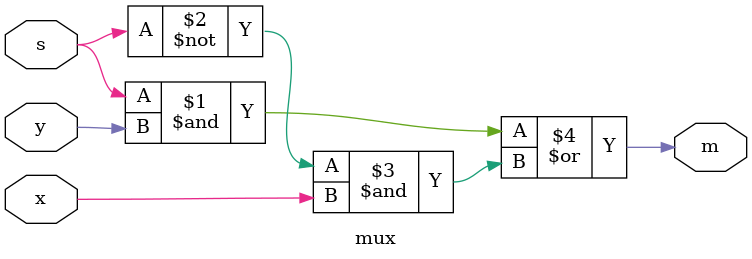
<source format=sv>
module part3(clock, reset, ParallelLoadn, RotateRight, ASRight, Data_IN, Q);
	input logic clock;
	input logic  reset;
	input logic ParallelLoadn;
	input logic RotateRight;
	input logic ASRight;
	input logic [3:0] Data_IN;
	output logic [3:0] Q;
	
	logic leftmost;
	
	mux m0(Q[0], Q[3], ASRight, leftmost);
	
	reg_rot r3(leftmost, Q[2], RotateRight, Data_IN[3], ParallelLoadn, clock, reset, Q[3]);
	reg_rot r2(Q[3], Q[1], RotateRight, Data_IN[2], ParallelLoadn, clock, reset, Q[2]);
	reg_rot r1(Q[2], Q[0], RotateRight, Data_IN[1], ParallelLoadn, clock, reset, Q[1]);
	reg_rot r0(Q[1], Q[3], RotateRight, Data_IN[0], ParallelLoadn, clock, reset, Q[0]);
endmodule


module reg_rot(left, right, LoadL, D, loadn, clock, reset, q);
	input logic left;
	input logic right;
	input logic LoadL;
	input logic D;
	input logic loadn;
	input logic clock;
	input logic reset;
	output logic q;
	
	logic RL;
	logic Din;
	
	mux m0(right, left, LoadL, RL);
	mux m1(D, RL, loadn, Din);

	always_ff @(posedge clock)
	begin
		if(reset) q <= 1'b0;
		else q <= Din;
	end
endmodule


module mux(x, y, s, m);
    input logic x;
    input logic y;
    input logic s;
    output logic m;
  
    assign m = (s & y) | (~s & x);

endmodule
</source>
